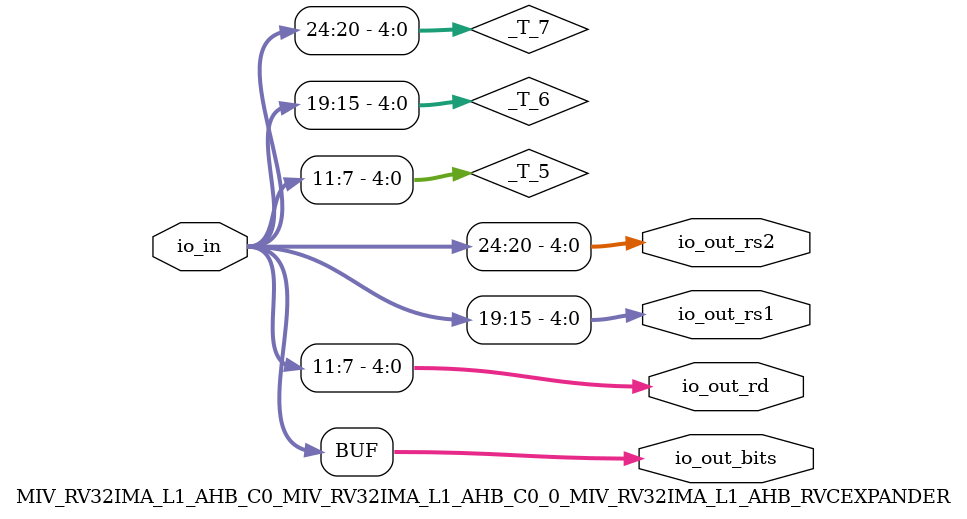
<source format=v>
`ifndef RANDOMIZE_REG_INIT 
	 `define RANDOMIZE_REG_INIT 
 `endif
`ifndef RANDOMIZE_MEM_INIT 
	 `define RANDOMIZE_MEM_INIT 
 `endif
`ifndef RANDOMIZE 
	 `define RANDOMIZE 
`endif

`timescale 1ns/10ps
module MIV_RV32IMA_L1_AHB_C0_MIV_RV32IMA_L1_AHB_C0_0_MIV_RV32IMA_L1_AHB_RVCEXPANDER( // @[:freechips.rocketchip.system.MivRV32ImaL1AhbConfig.fir@107209.2]
  input  [31:0] io_in, // @[:freechips.rocketchip.system.MivRV32ImaL1AhbConfig.fir@107212.4]
  output [31:0] io_out_bits, // @[:freechips.rocketchip.system.MivRV32ImaL1AhbConfig.fir@107212.4]
  output [4:0]  io_out_rd, // @[:freechips.rocketchip.system.MivRV32ImaL1AhbConfig.fir@107212.4]
  output [4:0]  io_out_rs1, // @[:freechips.rocketchip.system.MivRV32ImaL1AhbConfig.fir@107212.4]
  output [4:0]  io_out_rs2 // @[:freechips.rocketchip.system.MivRV32ImaL1AhbConfig.fir@107212.4]
);
  wire [4:0] _T_5; // @[RVC.scala 20:36:freechips.rocketchip.system.MivRV32ImaL1AhbConfig.fir@107218.4]
  wire [4:0] _T_6; // @[RVC.scala 20:57:freechips.rocketchip.system.MivRV32ImaL1AhbConfig.fir@107219.4]
  wire [4:0] _T_7; // @[RVC.scala 20:79:freechips.rocketchip.system.MivRV32ImaL1AhbConfig.fir@107220.4]
  assign _T_5 = io_in[11:7]; // @[RVC.scala 20:36:freechips.rocketchip.system.MivRV32ImaL1AhbConfig.fir@107218.4]
  assign _T_6 = io_in[19:15]; // @[RVC.scala 20:57:freechips.rocketchip.system.MivRV32ImaL1AhbConfig.fir@107219.4]
  assign _T_7 = io_in[24:20]; // @[RVC.scala 20:79:freechips.rocketchip.system.MivRV32ImaL1AhbConfig.fir@107220.4]
  assign io_out_bits = io_in;
  assign io_out_rd = _T_5;
  assign io_out_rs1 = _T_6;
  assign io_out_rs2 = _T_7;
endmodule

</source>
